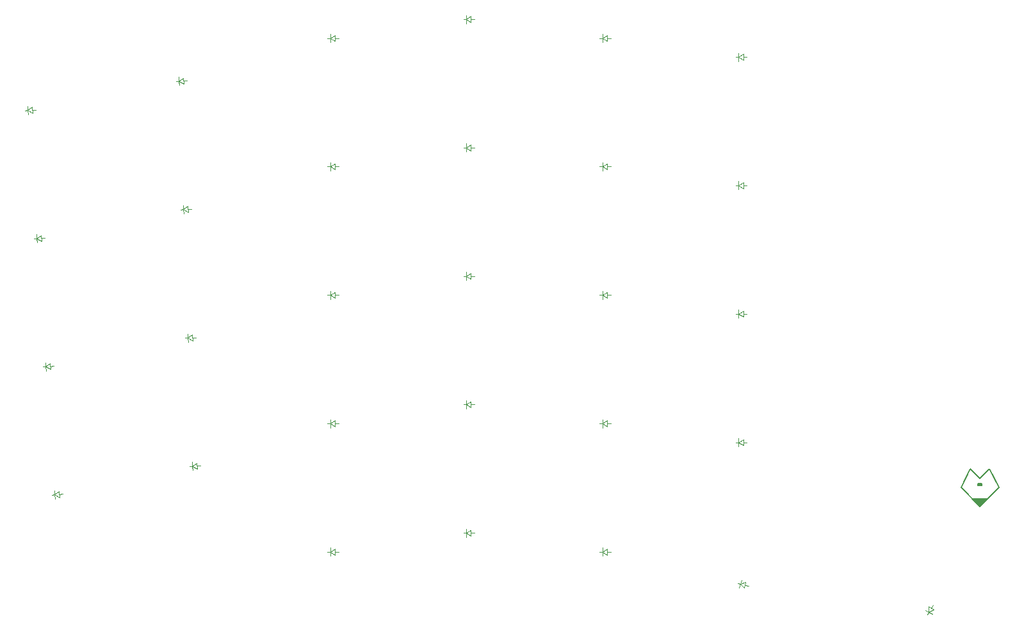
<source format=gbr>
%TF.GenerationSoftware,KiCad,Pcbnew,(6.0.11-0)*%
%TF.CreationDate,2023-06-20T20:04:49-05:00*%
%TF.ProjectId,typeboy,74797065-626f-4792-9e6b-696361645f70,v1.0.0*%
%TF.SameCoordinates,Original*%
%TF.FileFunction,Legend,Bot*%
%TF.FilePolarity,Positive*%
%FSLAX46Y46*%
G04 Gerber Fmt 4.6, Leading zero omitted, Abs format (unit mm)*
G04 Created by KiCad (PCBNEW (6.0.11-0)) date 2023-06-20 20:04:49*
%MOMM*%
%LPD*%
G01*
G04 APERTURE LIST*
%ADD10C,0.150000*%
%ADD11C,0.100000*%
G04 APERTURE END LIST*
D10*
X197500000Y-191500001D02*
X194999999Y-189000001D01*
X196249999Y-186500007D02*
X197500006Y-187750001D01*
X198749999Y-186500001D02*
X200000010Y-188999999D01*
X198500000Y-190499998D02*
X197500000Y-191500001D01*
X200000010Y-188999999D02*
X197500000Y-191500001D01*
X197750004Y-188750005D02*
X197250004Y-188750007D01*
X194999999Y-189000001D02*
X196249999Y-186500007D01*
X197250005Y-188499198D02*
X197749999Y-188499188D01*
X197749996Y-188500000D02*
X197750004Y-188750005D01*
X197500000Y-191500001D02*
X196500002Y-190499999D01*
X197500006Y-187750001D02*
X198749999Y-186500001D01*
X197250004Y-188750007D02*
X197250004Y-188500005D01*
X196500002Y-190499999D02*
X198500000Y-190499998D01*
D11*
%TO.C,D2*%
X73586087Y-172998051D02*
X73985113Y-172970149D01*
X74583651Y-172928295D02*
X75082433Y-172893417D01*
X74555748Y-172529269D02*
X74611554Y-173327321D01*
X73985113Y-172970149D02*
X73946747Y-172421489D01*
X73985113Y-172970149D02*
X74555748Y-172529269D01*
X73985113Y-172970149D02*
X74023479Y-173518809D01*
X74611554Y-173327321D02*
X73985113Y-172970149D01*
%TO.C,D26*%
X165203498Y-149000430D02*
X165603498Y-149000430D01*
X165603498Y-149000430D02*
X165603498Y-149550430D01*
X165603498Y-149000430D02*
X166203498Y-148600430D01*
X165603498Y-149000430D02*
X165603498Y-148450430D01*
X166203498Y-148600430D02*
X166203498Y-149400430D01*
X166203498Y-149000430D02*
X166703498Y-149000430D01*
X166203498Y-149400430D02*
X165603498Y-149000430D01*
%TO.C,D8*%
X91590503Y-135176164D02*
X92176178Y-134755468D01*
X92190138Y-135155224D02*
X92689833Y-135137774D01*
X92204098Y-135554980D02*
X91590503Y-135176164D01*
X91190747Y-135190124D02*
X91590503Y-135176164D01*
X91590503Y-135176164D02*
X91609698Y-135725829D01*
X92176178Y-134755468D02*
X92204098Y-135554980D01*
X91590503Y-135176164D02*
X91571308Y-134626499D01*
%TO.C,D6*%
X92777085Y-169155451D02*
X92757890Y-168605786D01*
X93362760Y-168734755D02*
X93390680Y-169534267D01*
X93376720Y-169134511D02*
X93876415Y-169117061D01*
X92777085Y-169155451D02*
X92796280Y-169705116D01*
X93390680Y-169534267D02*
X92777085Y-169155451D01*
X92777085Y-169155451D02*
X93362760Y-168734755D01*
X92377329Y-169169411D02*
X92777085Y-169155451D01*
%TO.C,D25*%
X165603496Y-166000428D02*
X165603496Y-166550428D01*
X165603496Y-166000428D02*
X165603496Y-165450428D01*
X166203496Y-166000428D02*
X166703496Y-166000428D01*
X165603496Y-166000428D02*
X166203496Y-165600428D01*
X166203496Y-165600428D02*
X166203496Y-166400428D01*
X165203496Y-166000428D02*
X165603496Y-166000428D01*
X166203496Y-166400428D02*
X165603496Y-166000428D01*
%TO.C,D23*%
X148203490Y-129900424D02*
X147603490Y-129500424D01*
X147603490Y-129500424D02*
X148203490Y-129100424D01*
X148203490Y-129100424D02*
X148203490Y-129900424D01*
X147203490Y-129500424D02*
X147603490Y-129500424D01*
X147603490Y-129500424D02*
X147603490Y-130050424D01*
X147603490Y-129500424D02*
X147603490Y-128950424D01*
X148203490Y-129500424D02*
X148703490Y-129500424D01*
%TO.C,D10*%
X112203499Y-180100426D02*
X112203499Y-180900426D01*
X112203499Y-180900426D02*
X111603499Y-180500426D01*
X111603499Y-180500426D02*
X112203499Y-180100426D01*
X111203499Y-180500426D02*
X111603499Y-180500426D01*
X111603499Y-180500426D02*
X111603499Y-181050426D01*
X112203499Y-180500426D02*
X112703499Y-180500426D01*
X111603499Y-180500426D02*
X111603499Y-179950426D01*
%TO.C,D20*%
X148203499Y-180900423D02*
X147603499Y-180500423D01*
X147203499Y-180500423D02*
X147603499Y-180500423D01*
X148203499Y-180100423D02*
X148203499Y-180900423D01*
X147603499Y-180500423D02*
X148203499Y-180100423D01*
X148203499Y-180500423D02*
X148703499Y-180500423D01*
X147603499Y-180500423D02*
X147603499Y-181050423D01*
X147603499Y-180500423D02*
X147603499Y-179950423D01*
%TO.C,D24*%
X165203494Y-183000424D02*
X165603494Y-183000424D01*
X166203494Y-183000424D02*
X166703494Y-183000424D01*
X165603494Y-183000424D02*
X165603494Y-183550424D01*
X165603494Y-183000424D02*
X165603494Y-182450424D01*
X165603494Y-183000424D02*
X166203494Y-182600424D01*
X166203494Y-183400424D02*
X165603494Y-183000424D01*
X166203494Y-182600424D02*
X166203494Y-183400424D01*
%TO.C,D18*%
X129603491Y-127000419D02*
X129603491Y-127550419D01*
X129603491Y-127000419D02*
X129603491Y-126450419D01*
X130203491Y-126600419D02*
X130203491Y-127400419D01*
X129603491Y-127000419D02*
X130203491Y-126600419D01*
X130203491Y-127000419D02*
X130703491Y-127000419D01*
X130203491Y-127400419D02*
X129603491Y-127000419D01*
X129203491Y-127000419D02*
X129603491Y-127000419D01*
%TO.C,D11*%
X112203491Y-163100423D02*
X112203491Y-163900423D01*
X111603491Y-163500423D02*
X111603491Y-162950423D01*
X111603491Y-163500423D02*
X111603491Y-164050423D01*
X111603491Y-163500423D02*
X112203491Y-163100423D01*
X111203491Y-163500423D02*
X111603491Y-163500423D01*
X112203491Y-163500423D02*
X112703491Y-163500423D01*
X112203491Y-163900423D02*
X111603491Y-163500423D01*
%TO.C,D5*%
X93956048Y-185724406D02*
X93983968Y-186523918D01*
X93370373Y-186145102D02*
X93351178Y-185595437D01*
X92970617Y-186159062D02*
X93370373Y-186145102D01*
X93983968Y-186523918D02*
X93370373Y-186145102D01*
X93370373Y-186145102D02*
X93956048Y-185724406D01*
X93970008Y-186124162D02*
X94469703Y-186106712D01*
X93370373Y-186145102D02*
X93389568Y-186694767D01*
%TO.C,D1*%
X75170970Y-189928746D02*
X75132604Y-189380086D01*
X75797411Y-190285918D02*
X75170970Y-189928746D01*
X75769508Y-189886892D02*
X76268290Y-189852014D01*
X74771944Y-189956648D02*
X75170970Y-189928746D01*
X75170970Y-189928746D02*
X75209336Y-190477406D01*
X75741605Y-189487866D02*
X75797411Y-190285918D01*
X75170970Y-189928746D02*
X75741605Y-189487866D01*
%TO.C,D3*%
X73397785Y-155969708D02*
X73896567Y-155934830D01*
X73425688Y-156368734D02*
X72799247Y-156011562D01*
X73369882Y-155570682D02*
X73425688Y-156368734D01*
X72799247Y-156011562D02*
X72760881Y-155462902D01*
X72400221Y-156039464D02*
X72799247Y-156011562D01*
X72799247Y-156011562D02*
X72837613Y-156560222D01*
X72799247Y-156011562D02*
X73369882Y-155570682D01*
%TO.C,D7*%
X92183795Y-152165808D02*
X92164600Y-151616143D01*
X92183795Y-152165808D02*
X92769470Y-151745112D01*
X92783430Y-152144868D02*
X93283125Y-152127418D01*
X92183795Y-152165808D02*
X92202990Y-152715473D01*
X92769470Y-151745112D02*
X92797390Y-152544624D01*
X91784039Y-152179768D02*
X92183795Y-152165808D01*
X92797390Y-152544624D02*
X92183795Y-152165808D01*
%TO.C,D15*%
X129603496Y-178000420D02*
X130203496Y-177600420D01*
X129603496Y-178000420D02*
X129603496Y-178550420D01*
X129603496Y-178000420D02*
X129603496Y-177450420D01*
X130203496Y-177600420D02*
X130203496Y-178400420D01*
X130203496Y-178400420D02*
X129603496Y-178000420D01*
X130203496Y-178000420D02*
X130703496Y-178000420D01*
X129203496Y-178000420D02*
X129603496Y-178000420D01*
%TO.C,D12*%
X111603496Y-146500429D02*
X112203496Y-146100429D01*
X112203496Y-146500429D02*
X112703496Y-146500429D01*
X112203496Y-146100429D02*
X112203496Y-146900429D01*
X112203496Y-146900429D02*
X111603496Y-146500429D01*
X111603496Y-146500429D02*
X111603496Y-145950429D01*
X111603496Y-146500429D02*
X111603496Y-147050429D01*
X111203496Y-146500429D02*
X111603496Y-146500429D01*
%TO.C,D4*%
X71613391Y-139052976D02*
X71651757Y-139601636D01*
X72239832Y-139410148D02*
X71613391Y-139052976D01*
X71214365Y-139080878D02*
X71613391Y-139052976D01*
X71613391Y-139052976D02*
X71575025Y-138504316D01*
X72211929Y-139011122D02*
X72710711Y-138976244D01*
X72184026Y-138612096D02*
X72239832Y-139410148D01*
X71613391Y-139052976D02*
X72184026Y-138612096D01*
%TO.C,D19*%
X148203499Y-197100423D02*
X148203499Y-197900423D01*
X147603499Y-197500423D02*
X147603499Y-196950423D01*
X147603499Y-197500423D02*
X147603499Y-198050423D01*
X147203499Y-197500423D02*
X147603499Y-197500423D01*
X147603499Y-197500423D02*
X148203499Y-197100423D01*
X148203499Y-197500423D02*
X148703499Y-197500423D01*
X148203499Y-197900423D02*
X147603499Y-197500423D01*
%TO.C,D14*%
X130203495Y-195400421D02*
X129603495Y-195000421D01*
X129603495Y-195000421D02*
X130203495Y-194600421D01*
X130203495Y-194600421D02*
X130203495Y-195400421D01*
X129603495Y-195000421D02*
X129603495Y-195550421D01*
X129603495Y-195000421D02*
X129603495Y-194450421D01*
X130203495Y-195000421D02*
X130703495Y-195000421D01*
X129203495Y-195000421D02*
X129603495Y-195000421D01*
%TO.C,D9*%
X112203495Y-197900424D02*
X111603495Y-197500424D01*
X112203495Y-197100424D02*
X112203495Y-197900424D01*
X111603495Y-197500424D02*
X111603495Y-196950424D01*
X112203495Y-197500424D02*
X112703495Y-197500424D01*
X111203495Y-197500424D02*
X111603495Y-197500424D01*
X111603495Y-197500424D02*
X112203495Y-197100424D01*
X111603495Y-197500424D02*
X111603495Y-198050424D01*
%TO.C,D22*%
X147603495Y-146500424D02*
X147603495Y-147050424D01*
X148203495Y-146500424D02*
X148703495Y-146500424D01*
X148203495Y-146100424D02*
X148203495Y-146900424D01*
X147203495Y-146500424D02*
X147603495Y-146500424D01*
X147603495Y-146500424D02*
X147603495Y-145950424D01*
X147603495Y-146500424D02*
X148203495Y-146100424D01*
X148203495Y-146900424D02*
X147603495Y-146500424D01*
%TO.C,D16*%
X130203504Y-161400422D02*
X129603504Y-161000422D01*
X129603504Y-161000422D02*
X129603504Y-161550422D01*
X130203504Y-161000422D02*
X130703504Y-161000422D01*
X129203504Y-161000422D02*
X129603504Y-161000422D01*
X130203504Y-160600422D02*
X130203504Y-161400422D01*
X129603504Y-161000422D02*
X130203504Y-160600422D01*
X129603504Y-161000422D02*
X129603504Y-160450422D01*
%TO.C,D29*%
X190680928Y-204742660D02*
X191373748Y-205142660D01*
X190727338Y-205462275D02*
X190251024Y-205187275D01*
X190727338Y-205462275D02*
X190680928Y-204742660D01*
X190527338Y-205808685D02*
X190727338Y-205462275D01*
X191373748Y-205142660D02*
X190727338Y-205462275D01*
X190727338Y-205462275D02*
X191203652Y-205737275D01*
X191027338Y-204942660D02*
X191277338Y-204509647D01*
%TO.C,D21*%
X148203498Y-163900424D02*
X147603498Y-163500424D01*
X148203498Y-163100424D02*
X148203498Y-163900424D01*
X148203498Y-163500424D02*
X148703498Y-163500424D01*
X147603498Y-163500424D02*
X147603498Y-164050424D01*
X147603498Y-163500424D02*
X147603498Y-162950424D01*
X147203498Y-163500424D02*
X147603498Y-163500424D01*
X147603498Y-163500424D02*
X148203498Y-163100424D01*
%TO.C,D27*%
X165203496Y-132000423D02*
X165603496Y-132000423D01*
X165603496Y-132000423D02*
X166203496Y-131600423D01*
X165603496Y-132000423D02*
X165603496Y-131450423D01*
X165603496Y-132000423D02*
X165603496Y-132550423D01*
X166203496Y-131600423D02*
X166203496Y-132400423D01*
X166203496Y-132000423D02*
X166703496Y-132000423D01*
X166203496Y-132400423D02*
X165603496Y-132000423D01*
%TO.C,D17*%
X129203498Y-144000427D02*
X129603498Y-144000427D01*
X130203498Y-143600427D02*
X130203498Y-144400427D01*
X129603498Y-144000427D02*
X129603498Y-144550427D01*
X129603498Y-144000427D02*
X130203498Y-143600427D01*
X129603498Y-144000427D02*
X129603498Y-143450427D01*
X130203498Y-144400427D02*
X129603498Y-144000427D01*
X130203498Y-144000427D02*
X130703498Y-144000427D01*
%TO.C,D28*%
X166400885Y-201894761D02*
X166883848Y-202024170D01*
X165821330Y-201739469D02*
X165678979Y-202270729D01*
X165434960Y-201635942D02*
X165821330Y-201739469D01*
X166504413Y-201508390D02*
X166297358Y-202281131D01*
X165821330Y-201739469D02*
X166504413Y-201508390D01*
X166297358Y-202281131D02*
X165821330Y-201739469D01*
X165821330Y-201739469D02*
X165963680Y-201208210D01*
%TO.C,D13*%
X111603487Y-129500427D02*
X111603487Y-128950427D01*
X111203487Y-129500427D02*
X111603487Y-129500427D01*
X112203487Y-129500427D02*
X112703487Y-129500427D01*
X111603487Y-129500427D02*
X112203487Y-129100427D01*
X112203487Y-129100427D02*
X112203487Y-129900427D01*
X112203487Y-129900427D02*
X111603487Y-129500427D01*
X111603487Y-129500427D02*
X111603487Y-130050427D01*
%TD*%
G36*
X197746569Y-188503427D02*
G01*
X197749996Y-188511700D01*
X197750004Y-188738305D01*
X197746577Y-188746578D01*
X197738304Y-188750005D01*
X197261704Y-188750007D01*
X197253431Y-188746580D01*
X197250004Y-188738307D01*
X197250004Y-188511705D01*
X197253431Y-188503432D01*
X197261704Y-188500005D01*
X197738296Y-188500000D01*
X197746569Y-188503427D01*
G37*
G36*
X197746569Y-188503427D02*
G01*
X197749996Y-188511700D01*
X197750004Y-188738305D01*
X197746577Y-188746578D01*
X197738304Y-188750005D01*
X197261704Y-188750007D01*
X197253431Y-188746580D01*
X197250004Y-188738307D01*
X197250004Y-188511705D01*
X197253431Y-188503432D01*
X197261704Y-188500005D01*
X197738296Y-188500000D01*
X197746569Y-188503427D01*
G37*
G36*
X198480027Y-190503425D02*
G01*
X198483454Y-190511698D01*
X198480027Y-190519971D01*
X197508273Y-191491728D01*
X197500000Y-191495155D01*
X197491727Y-191491728D01*
X196519975Y-190519972D01*
X196516548Y-190511699D01*
X196519975Y-190503426D01*
X196528248Y-190499999D01*
X198471754Y-190499998D01*
X198480027Y-190503425D01*
G37*
M02*

</source>
